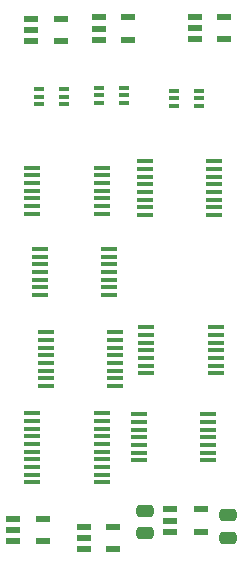
<source format=gtp>
%TF.GenerationSoftware,KiCad,Pcbnew,8.0.2*%
%TF.CreationDate,2024-05-23T08:04:48+02:00*%
%TF.ProjectId,W65C816 Clock Hold,57363543-3831-4362-9043-6c6f636b2048,V1*%
%TF.SameCoordinates,PX525bfc0PY43d3480*%
%TF.FileFunction,Paste,Top*%
%TF.FilePolarity,Positive*%
%FSLAX46Y46*%
G04 Gerber Fmt 4.6, Leading zero omitted, Abs format (unit mm)*
G04 Created by KiCad (PCBNEW 8.0.2) date 2024-05-23 08:04:48*
%MOMM*%
%LPD*%
G01*
G04 APERTURE LIST*
G04 Aperture macros list*
%AMRoundRect*
0 Rectangle with rounded corners*
0 $1 Rounding radius*
0 $2 $3 $4 $5 $6 $7 $8 $9 X,Y pos of 4 corners*
0 Add a 4 corners polygon primitive as box body*
4,1,4,$2,$3,$4,$5,$6,$7,$8,$9,$2,$3,0*
0 Add four circle primitives for the rounded corners*
1,1,$1+$1,$2,$3*
1,1,$1+$1,$4,$5*
1,1,$1+$1,$6,$7*
1,1,$1+$1,$8,$9*
0 Add four rect primitives between the rounded corners*
20,1,$1+$1,$2,$3,$4,$5,0*
20,1,$1+$1,$4,$5,$6,$7,0*
20,1,$1+$1,$6,$7,$8,$9,0*
20,1,$1+$1,$8,$9,$2,$3,0*%
G04 Aperture macros list end*
%ADD10R,0.875000X0.450000*%
%ADD11R,1.250000X0.600000*%
%ADD12R,1.475000X0.450000*%
%ADD13R,1.450000X0.450000*%
%ADD14RoundRect,0.250000X0.475000X-0.250000X0.475000X0.250000X-0.475000X0.250000X-0.475000X-0.250000X0*%
%ADD15R,1.150000X0.600000*%
G04 APERTURE END LIST*
D10*
%TO.C,IC47*%
X9860000Y-2779000D03*
X9860000Y-3429000D03*
X9860000Y-4079000D03*
X11984000Y-4079000D03*
X11984000Y-3429000D03*
X11984000Y-2779000D03*
%TD*%
D11*
%TO.C,IC28*%
X2560000Y-39309000D03*
X2560000Y-40259000D03*
X2560000Y-41209000D03*
X5060000Y-41209000D03*
X5060000Y-39309000D03*
%TD*%
D12*
%TO.C,IC26*%
X13191000Y-30435000D03*
X13191000Y-31085000D03*
X13191000Y-31735000D03*
X13191000Y-32385000D03*
X13191000Y-33035000D03*
X13191000Y-33685000D03*
X13191000Y-34335000D03*
X19067000Y-34335000D03*
X19067000Y-33685000D03*
X19067000Y-33035000D03*
X19067000Y-32385000D03*
X19067000Y-31735000D03*
X19067000Y-31085000D03*
X19067000Y-30435000D03*
%TD*%
%TO.C,IC31*%
X4792000Y-16450000D03*
X4792000Y-17100000D03*
X4792000Y-17750000D03*
X4792000Y-18400000D03*
X4792000Y-19050000D03*
X4792000Y-19700000D03*
X4792000Y-20350000D03*
X10668000Y-20350000D03*
X10668000Y-19700000D03*
X10668000Y-19050000D03*
X10668000Y-18400000D03*
X10668000Y-17750000D03*
X10668000Y-17100000D03*
X10668000Y-16450000D03*
%TD*%
D13*
%TO.C,IC30*%
X5330000Y-23506000D03*
X5330000Y-24156000D03*
X5330000Y-24806000D03*
X5330000Y-25456000D03*
X5330000Y-26106000D03*
X5330000Y-26756000D03*
X5330000Y-27406000D03*
X5330000Y-28056000D03*
X11180000Y-28056000D03*
X11180000Y-27406000D03*
X11180000Y-26756000D03*
X11180000Y-26106000D03*
X11180000Y-25456000D03*
X11180000Y-24806000D03*
X11180000Y-24156000D03*
X11180000Y-23506000D03*
%TD*%
D12*
%TO.C,IC22*%
X4174000Y-30349000D03*
X4174000Y-30999000D03*
X4174000Y-31649000D03*
X4174000Y-32299000D03*
X4174000Y-32949000D03*
X4174000Y-33599000D03*
X4174000Y-34249000D03*
X4174000Y-34899000D03*
X4174000Y-35549000D03*
X4174000Y-36199000D03*
X10050000Y-36199000D03*
X10050000Y-35549000D03*
X10050000Y-34899000D03*
X10050000Y-34249000D03*
X10050000Y-33599000D03*
X10050000Y-32949000D03*
X10050000Y-32299000D03*
X10050000Y-31649000D03*
X10050000Y-30999000D03*
X10050000Y-30349000D03*
%TD*%
D10*
%TO.C,IC21*%
X16164000Y-3033000D03*
X16164000Y-3683000D03*
X16164000Y-4333000D03*
X18288000Y-4333000D03*
X18288000Y-3683000D03*
X18288000Y-3033000D03*
%TD*%
D11*
%TO.C,IC29*%
X17927000Y3236000D03*
X17927000Y2286000D03*
X17927000Y1336000D03*
X20427000Y1336000D03*
X20427000Y3236000D03*
%TD*%
%TO.C,IC27*%
X9819000Y3170000D03*
X9819000Y2220000D03*
X9819000Y1270000D03*
X12319000Y1270000D03*
X12319000Y3170000D03*
%TD*%
D14*
%TO.C,C44*%
X20731000Y-40878000D03*
X20731000Y-38978000D03*
%TD*%
D10*
%TO.C,IC43*%
X4734000Y-2906000D03*
X4734000Y-3556000D03*
X4734000Y-4206000D03*
X6858000Y-4206000D03*
X6858000Y-3556000D03*
X6858000Y-2906000D03*
%TD*%
D12*
%TO.C,IC7*%
X4174000Y-9562000D03*
X4174000Y-10212000D03*
X4174000Y-10862000D03*
X4174000Y-11512000D03*
X4174000Y-12162000D03*
X4174000Y-12812000D03*
X4174000Y-13462000D03*
X10050000Y-13462000D03*
X10050000Y-12812000D03*
X10050000Y-12162000D03*
X10050000Y-11512000D03*
X10050000Y-10862000D03*
X10050000Y-10212000D03*
X10050000Y-9562000D03*
%TD*%
%TO.C,IC24*%
X13826000Y-23069000D03*
X13826000Y-23719000D03*
X13826000Y-24369000D03*
X13826000Y-25019000D03*
X13826000Y-25669000D03*
X13826000Y-26319000D03*
X13826000Y-26969000D03*
X19702000Y-26969000D03*
X19702000Y-26319000D03*
X19702000Y-25669000D03*
X19702000Y-25019000D03*
X19702000Y-24369000D03*
X19702000Y-23719000D03*
X19702000Y-23069000D03*
%TD*%
D11*
%TO.C,IC51*%
X8529000Y-39944000D03*
X8529000Y-40894000D03*
X8529000Y-41844000D03*
X11029000Y-41844000D03*
X11029000Y-39944000D03*
%TD*%
D15*
%TO.C,IC2*%
X15875000Y-38486000D03*
X15875000Y-39436000D03*
X15875000Y-40386000D03*
X18475000Y-40386000D03*
X18475000Y-38486000D03*
%TD*%
D14*
%TO.C,C43*%
X13746000Y-40497000D03*
X13746000Y-38597000D03*
%TD*%
D13*
%TO.C,IC23*%
X13712000Y-9028000D03*
X13712000Y-9678000D03*
X13712000Y-10328000D03*
X13712000Y-10978000D03*
X13712000Y-11628000D03*
X13712000Y-12278000D03*
X13712000Y-12928000D03*
X13712000Y-13578000D03*
X19562000Y-13578000D03*
X19562000Y-12928000D03*
X19562000Y-12278000D03*
X19562000Y-11628000D03*
X19562000Y-10978000D03*
X19562000Y-10328000D03*
X19562000Y-9678000D03*
X19562000Y-9028000D03*
%TD*%
D11*
%TO.C,IC44*%
X4104000Y3043000D03*
X4104000Y2093000D03*
X4104000Y1143000D03*
X6604000Y1143000D03*
X6604000Y3043000D03*
%TD*%
M02*

</source>
